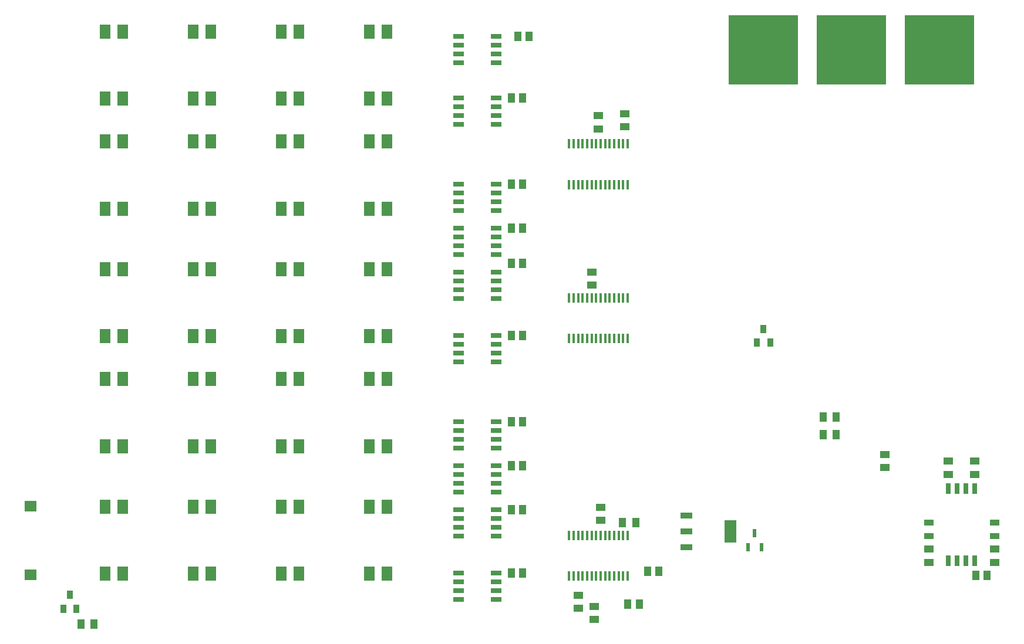
<source format=gbr>
G04 #@! TF.GenerationSoftware,KiCad,Pcbnew,(5.1.5)-3*
G04 #@! TF.CreationDate,2020-06-17T20:43:19-07:00*
G04 #@! TF.ProjectId,BMS Board,424d5320-426f-4617-9264-2e6b69636164,rev?*
G04 #@! TF.SameCoordinates,Original*
G04 #@! TF.FileFunction,Paste,Top*
G04 #@! TF.FilePolarity,Positive*
%FSLAX46Y46*%
G04 Gerber Fmt 4.6, Leading zero omitted, Abs format (unit mm)*
G04 Created by KiCad (PCBNEW (5.1.5)-3) date 2020-06-17 20:43:19*
%MOMM*%
%LPD*%
G04 APERTURE LIST*
%ADD10R,0.450000X1.475000*%
%ADD11R,0.600000X1.250000*%
%ADD12R,1.525000X0.650000*%
%ADD13R,1.400000X1.050000*%
%ADD14R,1.050000X1.400000*%
%ADD15R,1.750000X3.200000*%
%ADD16R,1.750000X0.950000*%
%ADD17R,0.650000X1.600000*%
%ADD18R,1.700000X1.500000*%
%ADD19R,1.400000X0.950000*%
%ADD20R,1.020000X1.470000*%
%ADD21R,0.900000X1.200000*%
%ADD22R,10.000000X10.000000*%
%ADD23R,1.500000X2.000000*%
G04 APERTURE END LIST*
D10*
X226475000Y-420450500D03*
X225825000Y-420450500D03*
X225175000Y-420450500D03*
X224525000Y-420450500D03*
X223875000Y-420450500D03*
X223225000Y-420450500D03*
X222575000Y-420450500D03*
X221925000Y-420450500D03*
X221275000Y-420450500D03*
X220625000Y-420450500D03*
X219975000Y-420450500D03*
X219325000Y-420450500D03*
X218675000Y-420450500D03*
X218025000Y-420450500D03*
X218025000Y-414574500D03*
X218675000Y-414574500D03*
X219325000Y-414574500D03*
X219975000Y-414574500D03*
X220625000Y-414574500D03*
X221275000Y-414574500D03*
X221925000Y-414574500D03*
X222575000Y-414574500D03*
X223225000Y-414574500D03*
X223875000Y-414574500D03*
X224525000Y-414574500D03*
X225175000Y-414574500D03*
X225825000Y-414574500D03*
X226475000Y-414574500D03*
X226475000Y-386160500D03*
X225825000Y-386160500D03*
X225175000Y-386160500D03*
X224525000Y-386160500D03*
X223875000Y-386160500D03*
X223225000Y-386160500D03*
X222575000Y-386160500D03*
X221925000Y-386160500D03*
X221275000Y-386160500D03*
X220625000Y-386160500D03*
X219975000Y-386160500D03*
X219325000Y-386160500D03*
X218675000Y-386160500D03*
X218025000Y-386160500D03*
X218025000Y-380284500D03*
X218675000Y-380284500D03*
X219325000Y-380284500D03*
X219975000Y-380284500D03*
X220625000Y-380284500D03*
X221275000Y-380284500D03*
X221925000Y-380284500D03*
X222575000Y-380284500D03*
X223225000Y-380284500D03*
X223875000Y-380284500D03*
X224525000Y-380284500D03*
X225175000Y-380284500D03*
X225825000Y-380284500D03*
X226475000Y-380284500D03*
X226475000Y-363935500D03*
X225825000Y-363935500D03*
X225175000Y-363935500D03*
X224525000Y-363935500D03*
X223875000Y-363935500D03*
X223225000Y-363935500D03*
X222575000Y-363935500D03*
X221925000Y-363935500D03*
X221275000Y-363935500D03*
X220625000Y-363935500D03*
X219975000Y-363935500D03*
X219325000Y-363935500D03*
X218675000Y-363935500D03*
X218025000Y-363935500D03*
X218025000Y-358059500D03*
X218675000Y-358059500D03*
X219325000Y-358059500D03*
X219975000Y-358059500D03*
X220625000Y-358059500D03*
X221275000Y-358059500D03*
X221925000Y-358059500D03*
X222575000Y-358059500D03*
X223225000Y-358059500D03*
X223875000Y-358059500D03*
X224525000Y-358059500D03*
X225175000Y-358059500D03*
X225825000Y-358059500D03*
X226475000Y-358059500D03*
D11*
X244792500Y-414240000D03*
X245742500Y-416340000D03*
X243842500Y-416340000D03*
D12*
X207499500Y-410845000D03*
X207499500Y-412115000D03*
X207499500Y-413385000D03*
X207499500Y-414655000D03*
X202075500Y-414655000D03*
X202075500Y-413385000D03*
X202075500Y-412115000D03*
X202075500Y-410845000D03*
X207499500Y-420052500D03*
X207499500Y-421322500D03*
X207499500Y-422592500D03*
X207499500Y-423862500D03*
X202075500Y-423862500D03*
X202075500Y-422592500D03*
X202075500Y-421322500D03*
X202075500Y-420052500D03*
X207499500Y-404495000D03*
X207499500Y-405765000D03*
X207499500Y-407035000D03*
X207499500Y-408305000D03*
X202075500Y-408305000D03*
X202075500Y-407035000D03*
X202075500Y-405765000D03*
X202075500Y-404495000D03*
X207499500Y-398145000D03*
X207499500Y-399415000D03*
X207499500Y-400685000D03*
X207499500Y-401955000D03*
X202075500Y-401955000D03*
X202075500Y-400685000D03*
X202075500Y-399415000D03*
X202075500Y-398145000D03*
X207499500Y-376555000D03*
X207499500Y-377825000D03*
X207499500Y-379095000D03*
X207499500Y-380365000D03*
X202075500Y-380365000D03*
X202075500Y-379095000D03*
X202075500Y-377825000D03*
X202075500Y-376555000D03*
X207499500Y-385762500D03*
X207499500Y-387032500D03*
X207499500Y-388302500D03*
X207499500Y-389572500D03*
X202075500Y-389572500D03*
X202075500Y-388302500D03*
X202075500Y-387032500D03*
X202075500Y-385762500D03*
X207499500Y-370205000D03*
X207499500Y-371475000D03*
X207499500Y-372745000D03*
X207499500Y-374015000D03*
X202075500Y-374015000D03*
X202075500Y-372745000D03*
X202075500Y-371475000D03*
X202075500Y-370205000D03*
X207499500Y-363855000D03*
X207499500Y-365125000D03*
X207499500Y-366395000D03*
X207499500Y-367665000D03*
X202075500Y-367665000D03*
X202075500Y-366395000D03*
X202075500Y-365125000D03*
X202075500Y-363855000D03*
X207499500Y-342582500D03*
X207499500Y-343852500D03*
X207499500Y-345122500D03*
X207499500Y-346392500D03*
X202075500Y-346392500D03*
X202075500Y-345122500D03*
X202075500Y-343852500D03*
X202075500Y-342582500D03*
X207499500Y-351472500D03*
X207499500Y-352742500D03*
X207499500Y-354012500D03*
X207499500Y-355282500D03*
X202075500Y-355282500D03*
X202075500Y-354012500D03*
X202075500Y-352742500D03*
X202075500Y-351472500D03*
D13*
X263525000Y-404810000D03*
X263525000Y-402910000D03*
D14*
X149540000Y-427355000D03*
X147640000Y-427355000D03*
X256537500Y-400050000D03*
X254637500Y-400050000D03*
X256537500Y-397510000D03*
X254637500Y-397510000D03*
D13*
X269875000Y-418462500D03*
X269875000Y-416562500D03*
X279400000Y-418462500D03*
X279400000Y-416562500D03*
X272732500Y-405762500D03*
X272732500Y-403862500D03*
X276542500Y-405762500D03*
X276542500Y-403862500D03*
X219392500Y-425130000D03*
X219392500Y-423230000D03*
X221615000Y-426717500D03*
X221615000Y-424817500D03*
X222567500Y-410530000D03*
X222567500Y-412430000D03*
D14*
X227645000Y-412750000D03*
X225745000Y-412750000D03*
D13*
X221297500Y-376557500D03*
X221297500Y-378457500D03*
X222250000Y-354015000D03*
X222250000Y-355915000D03*
X226060000Y-353697500D03*
X226060000Y-355597500D03*
D15*
X241275000Y-414020000D03*
D16*
X234975000Y-416320000D03*
X234975000Y-414020000D03*
X234975000Y-411720000D03*
D17*
X276542500Y-418267500D03*
X275272500Y-418267500D03*
X274002500Y-418267500D03*
X272732500Y-418267500D03*
X272732500Y-407867500D03*
X274002500Y-407867500D03*
X275272500Y-407867500D03*
X276542500Y-407867500D03*
D18*
X140335000Y-420240000D03*
X140335000Y-410340000D03*
D19*
X269875000Y-414652500D03*
X269875000Y-412752500D03*
X279400000Y-414652500D03*
X279400000Y-412752500D03*
D20*
X278305000Y-420370000D03*
X276685000Y-420370000D03*
X230997500Y-419735000D03*
X229377500Y-419735000D03*
X211312500Y-420052500D03*
X209692500Y-420052500D03*
X211312500Y-410845000D03*
X209692500Y-410845000D03*
X211312500Y-404495000D03*
X209692500Y-404495000D03*
X211312500Y-398145000D03*
X209692500Y-398145000D03*
X211312500Y-385762500D03*
X209692500Y-385762500D03*
X211312500Y-375285000D03*
X209692500Y-375285000D03*
X211312500Y-370205000D03*
X209692500Y-370205000D03*
X211312500Y-363855000D03*
X209692500Y-363855000D03*
X211312500Y-351472500D03*
X209692500Y-351472500D03*
X212265000Y-342582500D03*
X210645000Y-342582500D03*
X226520000Y-424497500D03*
X228140000Y-424497500D03*
D21*
X246062500Y-384762500D03*
X247012500Y-386762500D03*
X245112500Y-386762500D03*
D22*
X271462500Y-344487500D03*
X258762500Y-344487500D03*
X246062500Y-344487500D03*
D21*
X146050000Y-423180000D03*
X147000000Y-425180000D03*
X145100000Y-425180000D03*
D23*
X189230000Y-410440000D03*
X191770000Y-410440000D03*
X191770000Y-420140000D03*
X189230000Y-420140000D03*
X176530000Y-410440000D03*
X179070000Y-410440000D03*
X179070000Y-420140000D03*
X176530000Y-420140000D03*
X163830000Y-410440000D03*
X166370000Y-410440000D03*
X166370000Y-420140000D03*
X163830000Y-420140000D03*
X151130000Y-410440000D03*
X153670000Y-410440000D03*
X153670000Y-420140000D03*
X151130000Y-420140000D03*
X153670000Y-401725000D03*
X151130000Y-401725000D03*
X151130000Y-392025000D03*
X153670000Y-392025000D03*
X166370000Y-401725000D03*
X163830000Y-401725000D03*
X163830000Y-392025000D03*
X166370000Y-392025000D03*
X179070000Y-401725000D03*
X176530000Y-401725000D03*
X176530000Y-392025000D03*
X179070000Y-392025000D03*
X191770000Y-401725000D03*
X189230000Y-401725000D03*
X189230000Y-392025000D03*
X191770000Y-392025000D03*
X189230000Y-376150000D03*
X191770000Y-376150000D03*
X191770000Y-385850000D03*
X189230000Y-385850000D03*
X176530000Y-376150000D03*
X179070000Y-376150000D03*
X179070000Y-385850000D03*
X176530000Y-385850000D03*
X163830000Y-376150000D03*
X166370000Y-376150000D03*
X166370000Y-385850000D03*
X163830000Y-385850000D03*
X151130000Y-376150000D03*
X153670000Y-376150000D03*
X153670000Y-385850000D03*
X151130000Y-385850000D03*
X153670000Y-367435000D03*
X151130000Y-367435000D03*
X151130000Y-357735000D03*
X153670000Y-357735000D03*
X166370000Y-367435000D03*
X163830000Y-367435000D03*
X163830000Y-357735000D03*
X166370000Y-357735000D03*
X179070000Y-367435000D03*
X176530000Y-367435000D03*
X176530000Y-357735000D03*
X179070000Y-357735000D03*
X191770000Y-367435000D03*
X189230000Y-367435000D03*
X189230000Y-357735000D03*
X191770000Y-357735000D03*
X189230000Y-341860000D03*
X191770000Y-341860000D03*
X191770000Y-351560000D03*
X189230000Y-351560000D03*
X176530000Y-341860000D03*
X179070000Y-341860000D03*
X179070000Y-351560000D03*
X176530000Y-351560000D03*
X163830000Y-341860000D03*
X166370000Y-341860000D03*
X166370000Y-351560000D03*
X163830000Y-351560000D03*
X151130000Y-341860000D03*
X153670000Y-341860000D03*
X153670000Y-351560000D03*
X151130000Y-351560000D03*
M02*

</source>
